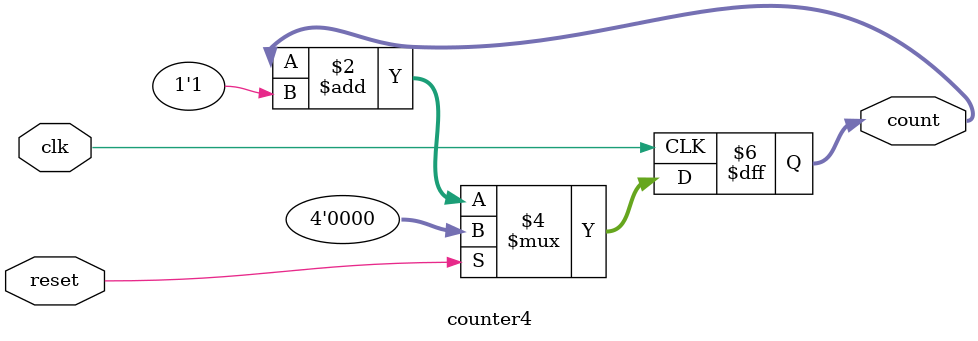
<source format=v>
module counter4 (
    input clk,
    input reset,
    output reg [3:0] count
);

always @(posedge clk) begin
    if (reset)
        count <= 4'b0000;
    else
        count <= count + 1'b1;
end

endmodule
</source>
